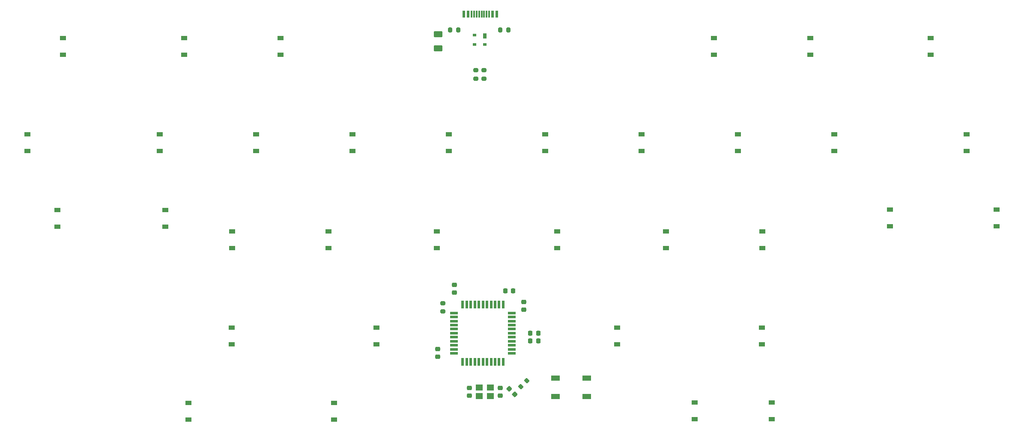
<source format=gbp>
G04 #@! TF.GenerationSoftware,KiCad,Pcbnew,(6.0.11-0)*
G04 #@! TF.CreationDate,2023-07-13T15:03:37+09:00*
G04 #@! TF.ProjectId,qfwfq,71667766-712e-46b6-9963-61645f706362,rev?*
G04 #@! TF.SameCoordinates,Original*
G04 #@! TF.FileFunction,Paste,Bot*
G04 #@! TF.FilePolarity,Positive*
%FSLAX46Y46*%
G04 Gerber Fmt 4.6, Leading zero omitted, Abs format (unit mm)*
G04 Created by KiCad (PCBNEW (6.0.11-0)) date 2023-07-13 15:03:37*
%MOMM*%
%LPD*%
G01*
G04 APERTURE LIST*
G04 Aperture macros list*
%AMRoundRect*
0 Rectangle with rounded corners*
0 $1 Rounding radius*
0 $2 $3 $4 $5 $6 $7 $8 $9 X,Y pos of 4 corners*
0 Add a 4 corners polygon primitive as box body*
4,1,4,$2,$3,$4,$5,$6,$7,$8,$9,$2,$3,0*
0 Add four circle primitives for the rounded corners*
1,1,$1+$1,$2,$3*
1,1,$1+$1,$4,$5*
1,1,$1+$1,$6,$7*
1,1,$1+$1,$8,$9*
0 Add four rect primitives between the rounded corners*
20,1,$1+$1,$2,$3,$4,$5,0*
20,1,$1+$1,$4,$5,$6,$7,0*
20,1,$1+$1,$6,$7,$8,$9,0*
20,1,$1+$1,$8,$9,$2,$3,0*%
G04 Aperture macros list end*
%ADD10R,0.600000X1.450000*%
%ADD11R,0.300000X1.450000*%
%ADD12R,1.500000X0.550000*%
%ADD13R,0.550000X1.500000*%
%ADD14RoundRect,0.200000X0.275000X-0.200000X0.275000X0.200000X-0.275000X0.200000X-0.275000X-0.200000X0*%
%ADD15RoundRect,0.200000X-0.275000X0.200000X-0.275000X-0.200000X0.275000X-0.200000X0.275000X0.200000X0*%
%ADD16RoundRect,0.200000X0.053033X-0.335876X0.335876X-0.053033X-0.053033X0.335876X-0.335876X0.053033X0*%
%ADD17R,0.700000X1.000000*%
%ADD18R,0.700000X0.600000*%
%ADD19R,1.800000X1.100000*%
%ADD20RoundRect,0.225000X-0.250000X0.225000X-0.250000X-0.225000X0.250000X-0.225000X0.250000X0.225000X0*%
%ADD21RoundRect,0.200000X0.200000X0.275000X-0.200000X0.275000X-0.200000X-0.275000X0.200000X-0.275000X0*%
%ADD22RoundRect,0.225000X0.250000X-0.225000X0.250000X0.225000X-0.250000X0.225000X-0.250000X-0.225000X0*%
%ADD23RoundRect,0.225000X-0.225000X-0.250000X0.225000X-0.250000X0.225000X0.250000X-0.225000X0.250000X0*%
%ADD24RoundRect,0.200000X-0.200000X-0.275000X0.200000X-0.275000X0.200000X0.275000X-0.200000X0.275000X0*%
%ADD25RoundRect,0.225000X-0.335876X-0.017678X-0.017678X-0.335876X0.335876X0.017678X0.017678X0.335876X0*%
%ADD26R,1.400000X1.200000*%
%ADD27RoundRect,0.250000X0.625000X-0.375000X0.625000X0.375000X-0.625000X0.375000X-0.625000X-0.375000X0*%
%ADD28R,1.200000X0.900000*%
G04 APERTURE END LIST*
D10*
X125362500Y-31712500D03*
X126137500Y-31712500D03*
D11*
X126837500Y-31712500D03*
X127337500Y-31712500D03*
X127837500Y-31712500D03*
X128337500Y-31712500D03*
X128837500Y-31712500D03*
X129337500Y-31712500D03*
X129837500Y-31712500D03*
X130337500Y-31712500D03*
D10*
X131037500Y-31712500D03*
X131812500Y-31712500D03*
D12*
X134800000Y-90900000D03*
X134800000Y-91700000D03*
X134800000Y-92500000D03*
X134800000Y-93300000D03*
X134800000Y-94100000D03*
X134800000Y-94900000D03*
X134800000Y-95700000D03*
X134800000Y-96500000D03*
X134800000Y-97300000D03*
X134800000Y-98100000D03*
X134800000Y-98900000D03*
D13*
X133100000Y-100600000D03*
X132300000Y-100600000D03*
X131500000Y-100600000D03*
X130700000Y-100600000D03*
X129900000Y-100600000D03*
X129100000Y-100600000D03*
X128300000Y-100600000D03*
X127500000Y-100600000D03*
X126700000Y-100600000D03*
X125900000Y-100600000D03*
X125100000Y-100600000D03*
D12*
X123400000Y-98900000D03*
X123400000Y-98100000D03*
X123400000Y-97300000D03*
X123400000Y-96500000D03*
X123400000Y-95700000D03*
X123400000Y-94900000D03*
X123400000Y-94100000D03*
X123400000Y-93300000D03*
X123400000Y-92500000D03*
X123400000Y-91700000D03*
X123400000Y-90900000D03*
D13*
X125100000Y-89200000D03*
X125900000Y-89200000D03*
X126700000Y-89200000D03*
X127500000Y-89200000D03*
X128300000Y-89200000D03*
X129100000Y-89200000D03*
X129900000Y-89200000D03*
X130700000Y-89200000D03*
X131500000Y-89200000D03*
X132300000Y-89200000D03*
X133100000Y-89200000D03*
D14*
X129336000Y-44509228D03*
X129336000Y-42859228D03*
D15*
X121180000Y-88945000D03*
X121180000Y-90595000D03*
D16*
X136616637Y-105483363D03*
X137783363Y-104316637D03*
D17*
X129460000Y-36084228D03*
D18*
X129460000Y-37784228D03*
X127460000Y-37784228D03*
X127460000Y-35884228D03*
D14*
X127685000Y-44509228D03*
X127685000Y-42859228D03*
D19*
X149600000Y-103775000D03*
X143400000Y-107475000D03*
X149600000Y-107475000D03*
X143400000Y-103775000D03*
D20*
X126384999Y-105722002D03*
X126384999Y-107272002D03*
D21*
X134161000Y-34841728D03*
X132511000Y-34841728D03*
D22*
X137200000Y-90275000D03*
X137200000Y-88725000D03*
D23*
X138475000Y-94900000D03*
X140025000Y-94900000D03*
D24*
X122605000Y-34841728D03*
X124255000Y-34841728D03*
D25*
X134291992Y-105881992D03*
X135388008Y-106978008D03*
D22*
X132481000Y-107272001D03*
X132481000Y-105722001D03*
D23*
X133551250Y-86540000D03*
X135101250Y-86540000D03*
X138475000Y-96400000D03*
X140025000Y-96400000D03*
D20*
X120142000Y-98031000D03*
X120142000Y-99581000D03*
D22*
X123444000Y-86881000D03*
X123444000Y-85331000D03*
D26*
X128333000Y-105647000D03*
X130533000Y-105647000D03*
X130533000Y-107347000D03*
X128333000Y-107347000D03*
D27*
X120280000Y-38540000D03*
X120280000Y-35740000D03*
D28*
X184300000Y-78050000D03*
X184300000Y-74750000D03*
X119981250Y-78050000D03*
X119981250Y-74750000D03*
X108025000Y-97100000D03*
X108025000Y-93800000D03*
X165250000Y-78050000D03*
X165250000Y-74750000D03*
X103300000Y-58800000D03*
X103300000Y-55500000D03*
X122350000Y-58800000D03*
X122350000Y-55500000D03*
X39050000Y-58800000D03*
X39050000Y-55500000D03*
X209540000Y-73780000D03*
X209540000Y-70480000D03*
X84250000Y-58800000D03*
X84250000Y-55500000D03*
X65200000Y-58800000D03*
X65200000Y-55500000D03*
X193837500Y-39750000D03*
X193837500Y-36450000D03*
X160450000Y-58800000D03*
X160450000Y-55500000D03*
X184225000Y-97100000D03*
X184225000Y-93800000D03*
X174787500Y-39750000D03*
X174787500Y-36450000D03*
X44958000Y-73786000D03*
X44958000Y-70486000D03*
X155650000Y-97100000D03*
X155650000Y-93800000D03*
X179500000Y-58800000D03*
X179500000Y-55500000D03*
X198550000Y-58800000D03*
X198550000Y-55500000D03*
X70050000Y-39750000D03*
X70050000Y-36450000D03*
X79450000Y-97100000D03*
X79450000Y-93800000D03*
X99690000Y-111980000D03*
X99690000Y-108680000D03*
X98550000Y-78050000D03*
X98550000Y-74750000D03*
X224743750Y-58800000D03*
X224743750Y-55500000D03*
X70860000Y-111980000D03*
X70860000Y-108680000D03*
X170942000Y-111886000D03*
X170942000Y-108586000D03*
X141400000Y-58800000D03*
X141400000Y-55500000D03*
X79500000Y-78050000D03*
X79500000Y-74750000D03*
X186182000Y-111886000D03*
X186182000Y-108586000D03*
X89050000Y-39750000D03*
X89050000Y-36450000D03*
X46037500Y-39750000D03*
X46037500Y-36450000D03*
X217650000Y-39750000D03*
X217650000Y-36450000D03*
X66294000Y-73786000D03*
X66294000Y-70486000D03*
X143818750Y-78050000D03*
X143818750Y-74750000D03*
X230660000Y-73780000D03*
X230660000Y-70480000D03*
M02*

</source>
